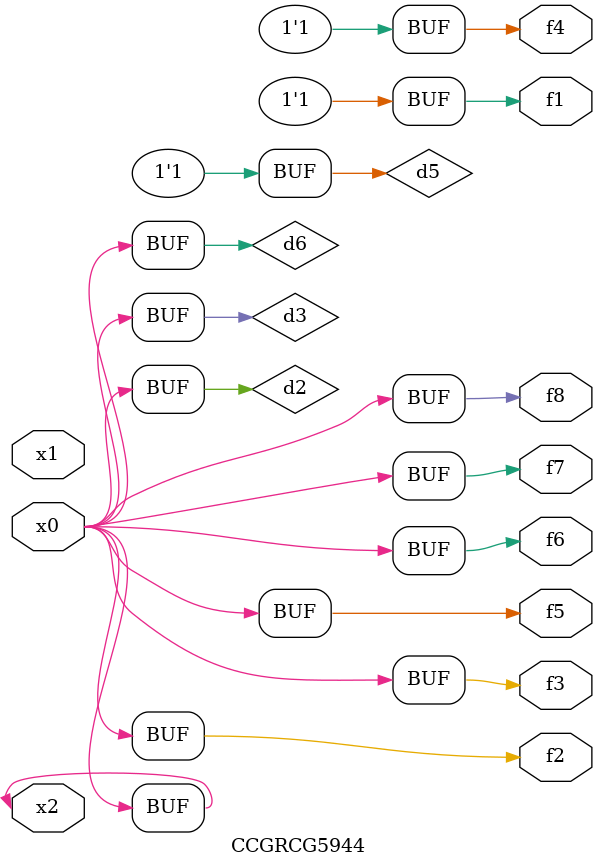
<source format=v>
module CCGRCG5944(
	input x0, x1, x2,
	output f1, f2, f3, f4, f5, f6, f7, f8
);

	wire d1, d2, d3, d4, d5, d6;

	xnor (d1, x2);
	buf (d2, x0, x2);
	and (d3, x0);
	xnor (d4, x1, x2);
	nand (d5, d1, d3);
	buf (d6, d2, d3);
	assign f1 = d5;
	assign f2 = d6;
	assign f3 = d6;
	assign f4 = d5;
	assign f5 = d6;
	assign f6 = d6;
	assign f7 = d6;
	assign f8 = d6;
endmodule

</source>
